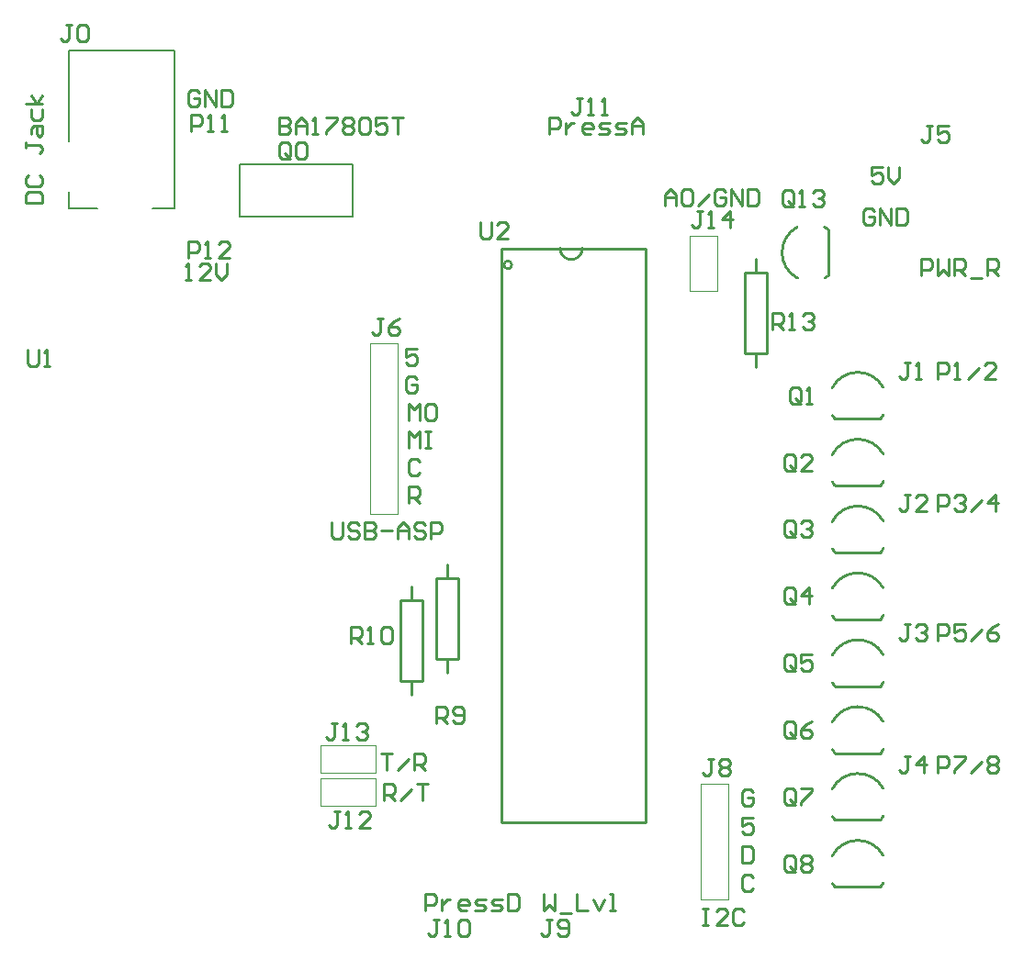
<source format=gto>
G04 Layer_Color=65535*
%FSLAX44Y44*%
%MOMM*%
G71*
G01*
G75*
%ADD28C,0.2540*%
%ADD29C,0.1270*%
%ADD30C,0.1000*%
%ADD31C,0.2000*%
D28*
X618760Y365359D02*
X621299Y362820D01*
X623839D01*
X626378Y365359D01*
Y378055D01*
X623839D01*
X628917D01*
X636535D02*
X633995Y375516D01*
Y362820D02*
X639074D01*
X636535D01*
Y378055D01*
X646691Y375516D02*
X649230Y378055D01*
X654309D01*
X656848Y375516D01*
Y372977D01*
X646691Y362820D01*
X656848D01*
X674639Y393299D02*
X679717Y388220D01*
X684795D02*
X694952Y398377D01*
X679717Y400916D02*
Y395838D01*
X677178Y393299D01*
X669560D01*
Y388220D02*
Y403455D01*
X677178D01*
X679717Y400916D01*
X700030Y403455D02*
X710187D01*
X705109D01*
Y388220D01*
X707647Y416160D02*
X702569Y421238D01*
X705108D02*
X697490D01*
Y416160D02*
Y431395D01*
X705108D01*
X707647Y428856D01*
Y423778D01*
X705108Y421238D01*
X677177Y431395D02*
X672098D01*
Y416160D01*
X682255D02*
X692412Y426317D01*
X677177Y431395D02*
X667020D01*
X654308Y446639D02*
X651768Y444100D01*
X646690D01*
X644151Y446639D01*
Y456796D02*
X646690Y459335D01*
X651768D01*
X654308Y456796D01*
Y454257D01*
X651768Y451717D01*
X649229D01*
X651768D01*
X654308Y449178D01*
Y446639D01*
X633994Y459335D02*
X631455Y456796D01*
Y444100D02*
X636533D01*
X633994D01*
Y459335D01*
X626377D02*
X621298D01*
X623838D01*
Y446639D01*
X621298Y444100D01*
X618759D01*
X616220Y446639D01*
X694960Y485540D02*
Y498040D01*
X704960D01*
Y573040D01*
X684960D01*
Y498040D01*
X694960D01*
X717820Y474575D02*
X725437D01*
X727977Y472036D01*
Y466958D01*
X725437Y464418D01*
X717820D01*
Y459340D02*
Y474575D01*
X722898Y464418D02*
X727977Y459340D01*
X733055Y461879D02*
X735594Y459340D01*
X740673D01*
X743212Y461879D01*
Y472036D01*
X740673Y474575D01*
X735594D01*
X733055Y472036D01*
Y469497D01*
X735594Y466958D01*
X743212D01*
X727980Y505860D02*
Y518360D01*
X737980D01*
Y593360D01*
X717980D01*
Y518360D01*
X727980D01*
X694960Y573040D02*
Y585540D01*
X674629Y548235D02*
X677168Y545696D01*
Y535539D01*
X674629Y533000D01*
X669550D01*
X667011Y535539D01*
Y545696D01*
X669550Y548235D01*
X674629D01*
X656854D02*
X654315Y545696D01*
X649237D02*
Y540617D01*
X646697Y538078D01*
X639080D01*
Y533000D02*
Y548235D01*
X646697D01*
X649237Y545696D01*
X656854Y548235D02*
Y533000D01*
X659393D01*
X654315D01*
X649237D02*
X644158Y538078D01*
X727980Y593360D02*
Y605860D01*
X722867Y637137D02*
X720328Y634598D01*
X712710D01*
X707632D02*
Y632059D01*
X705093Y629520D01*
X700015D01*
X697475Y632059D01*
X692397Y629520D02*
Y637137D01*
X682240D01*
Y639677D02*
X687319Y644755D01*
X692397Y639677D01*
Y629520D01*
X682240D02*
Y639677D01*
X677162Y637137D02*
X667005D01*
X661927Y634598D02*
X659388Y637137D01*
X651770D01*
X659388D01*
X661927Y639677D01*
Y642216D01*
X659388Y644755D01*
X651770D01*
Y629520D01*
X659388D01*
X661927Y632059D01*
Y634598D01*
X646692D02*
Y632059D01*
X644153Y629520D01*
X639074D01*
X636535Y632059D01*
X631457D02*
Y644755D01*
X639074D02*
X636535Y642216D01*
Y639677D01*
X639074Y637137D01*
X644153D01*
X646692Y634598D01*
Y642216D02*
X644153Y644755D01*
X639074D01*
X621300D02*
Y632059D01*
X623839Y629520D01*
X628918D01*
X631457Y632059D01*
X697475Y639677D02*
X700015Y637137D01*
X705093D01*
X707632Y634598D01*
Y642216D02*
X705093Y644755D01*
X700015D01*
X697475Y642216D01*
Y639677D01*
X712710Y644755D02*
X720328D01*
X722867Y642216D01*
Y637137D01*
X712710Y629520D02*
Y644755D01*
X702577Y662540D02*
X697498Y667618D01*
X692420D02*
X700038D01*
X702577Y670157D01*
Y675236D01*
X700038Y677775D01*
X692420D01*
Y662540D01*
X700038Y687940D02*
X702577Y690479D01*
X700038Y687940D02*
X694959D01*
X692420Y690479D01*
Y700636D01*
X694959Y703175D01*
X700038D01*
X702577Y700636D01*
Y713340D02*
Y728575D01*
X697498Y723497D01*
X692420Y728575D01*
Y713340D01*
X707655D02*
X712733D01*
X710194D02*
X707655D01*
X710194D02*
Y728575D01*
X712733D01*
X707655D01*
Y741279D02*
X710194Y738740D01*
X715273D01*
X717812Y741279D01*
Y751436D01*
X715273Y753975D01*
X710194D01*
X707655Y751436D01*
Y741279D01*
X702577Y738740D02*
Y753975D01*
X697498Y748897D01*
X692420Y753975D01*
Y738740D01*
X700037Y766679D02*
Y771758D01*
X694958D01*
X692419Y779375D02*
X689880Y776836D01*
Y766679D01*
X692419Y764140D01*
X697497D01*
X700037Y766679D01*
Y776836D02*
X697497Y779375D01*
X692419D01*
X700037Y792079D02*
X697497Y789540D01*
X692419D01*
X689880Y792079D01*
Y797158D02*
X694958Y799697D01*
X697497D01*
X700037Y797158D01*
Y792079D01*
Y804775D02*
X689880D01*
Y797158D01*
X681729Y817880D02*
X684268Y820419D01*
Y822958D01*
X681729Y825498D01*
X674111D01*
Y820419D01*
X676650Y817880D01*
X681729D01*
X679189Y830576D02*
X674111Y825498D01*
X679189Y830576D02*
X684268Y833115D01*
X669033D02*
X663954D01*
X666494D01*
Y820419D01*
X663954Y817880D01*
X661415D01*
X658876Y820419D01*
X758444Y908811D02*
X760983Y906272D01*
X766061D01*
X768601Y908811D01*
Y921507D01*
X776218D02*
X773679Y918968D01*
X776218Y921507D02*
X781297D01*
X783836Y918968D01*
Y916429D01*
X773679Y906272D01*
X783836D01*
X787422Y882250D02*
G03*
X787422Y882250I-3592J0D01*
G01*
X832090Y897490D02*
G03*
X852410Y897490I10160J0D01*
G01*
X910830Y897490D02*
X777480D01*
X777480Y367900D01*
X910830D01*
Y897490D01*
X928640Y936860D02*
Y947017D01*
X933718Y952095D01*
X938797Y947017D01*
Y936860D01*
Y944477D01*
X928640D01*
X943875Y939399D02*
Y949556D01*
X946414Y952095D01*
X951493D01*
X954032Y949556D01*
Y939399D01*
X951493Y936860D01*
X946414D01*
X943875Y939399D01*
X959110Y936860D02*
X969267Y947017D01*
X974345Y949556D02*
Y939399D01*
X976884Y936860D01*
X981963D01*
X984502Y939399D01*
Y944477D01*
X979424D01*
X976884Y952095D02*
X974345Y949556D01*
X976884Y952095D02*
X981963D01*
X984502Y949556D01*
X989580Y952095D02*
X999737Y936860D01*
Y952095D01*
X1004815D02*
Y936860D01*
X1012433D01*
X1014972Y939399D01*
Y949556D01*
X1012433Y952095D01*
X1004815D01*
X1037082Y938529D02*
X1039621Y935990D01*
X1044699D01*
X1047239Y938529D01*
Y948686D01*
X1044699Y951225D01*
X1039621D01*
X1037082Y948686D01*
Y938529D01*
X1042160Y941068D02*
X1047239Y935990D01*
X1052317D02*
X1057395D01*
X1054856D01*
Y951225D01*
X1052317Y948686D01*
X1065013D02*
X1067552Y951225D01*
X1072630D01*
X1075170Y948686D01*
Y946147D01*
X1072630Y943607D01*
X1070091D01*
X1072630D01*
X1075170Y941068D01*
Y938529D01*
X1072630Y935990D01*
X1067552D01*
X1065013Y938529D01*
X1079262Y915016D02*
G03*
X1075682Y917281I-16002J-21336D01*
G01*
X1050308Y916994D02*
G03*
X1050838Y870079I12952J-23314D01*
G01*
X1076212Y870366D02*
G03*
X1079461Y872495I-12952J23314D01*
G01*
X1079461Y872495D02*
Y915016D01*
X1111520Y921619D02*
X1114059Y919080D01*
X1119137D01*
X1121677Y921619D01*
Y926697D01*
X1116598D01*
X1114059Y934315D02*
X1111520Y931776D01*
Y921619D01*
X1114059Y934315D02*
X1119137D01*
X1121677Y931776D01*
X1126755Y934315D02*
X1136912Y919080D01*
Y934315D01*
X1141990D02*
Y919080D01*
X1149608D01*
X1152147Y921619D01*
Y931776D01*
X1149608Y934315D01*
X1141990D01*
X1139453Y957180D02*
X1144532Y962258D01*
Y972415D01*
X1134375D02*
Y962258D01*
X1139453Y957180D01*
X1167637Y995426D02*
X1165098Y997965D01*
X1172716D02*
X1170176Y995426D01*
X1167637D01*
X1182872D02*
X1180333Y997965D01*
Y1003044D02*
X1185411Y1005583D01*
X1187951D01*
X1190490Y1003044D01*
Y997965D01*
X1187951Y995426D01*
X1182872D01*
X1190490Y1010661D02*
X1180333D01*
Y1003044D01*
X1175255Y1010661D02*
X1170176D01*
X1172716D01*
Y997965D01*
X1129297Y972415D02*
X1119140D01*
Y964798D01*
X1124218Y967337D01*
X1126758D01*
X1129297Y964798D01*
Y959719D01*
X1126758Y957180D01*
X1121679D01*
X1119140Y959719D01*
X1126755Y934315D02*
Y919080D01*
X1165098Y888233D02*
X1172716D01*
X1175255Y885694D01*
Y880615D01*
X1172716Y878076D01*
X1165098D01*
Y872998D02*
Y888233D01*
X1180333D02*
Y872998D01*
X1185411Y878076D01*
X1190490Y872998D01*
Y888233D01*
X1195568D02*
X1203186D01*
X1205725Y885694D01*
Y880615D01*
X1203186Y878076D01*
X1195568D01*
Y872998D02*
Y888233D01*
X1200647Y878076D02*
X1205725Y872998D01*
X1210803Y870459D02*
X1220960D01*
X1226038Y872998D02*
Y888233D01*
X1233656D01*
X1236195Y885694D01*
Y880615D01*
X1233656Y878076D01*
X1226038D01*
X1231117D02*
X1236195Y872998D01*
X1180100Y792075D02*
X1187718D01*
X1190257Y789536D01*
Y784457D01*
X1187718Y781918D01*
X1180100D01*
Y792075D02*
Y776840D01*
X1165091Y776986D02*
X1162552D01*
Y792221D01*
X1160013Y789682D01*
Y776986D02*
X1165091D01*
X1195335Y776840D02*
X1200413D01*
X1197874D01*
Y792075D01*
X1195335Y789536D01*
X1208031Y776840D02*
X1218188Y786997D01*
X1223266Y789536D02*
X1225805Y792075D01*
X1230884D01*
X1233423Y789536D01*
Y786997D01*
X1223266Y776840D01*
X1233423D01*
X1154935Y792221D02*
X1149856D01*
X1152395D01*
Y779525D01*
X1149856Y776986D01*
X1147317D01*
X1144778Y779525D01*
X1129754Y769472D02*
G03*
X1082839Y768941I-23314J-12952D01*
G01*
X1083126Y743568D02*
G03*
X1085255Y740319I23314J12952D01*
G01*
X1085255Y740319D02*
X1127776D01*
X1127776Y740518D02*
G03*
X1130041Y744099I-21336J16002D01*
G01*
X1129754Y707786D02*
G03*
X1082839Y707256I-23314J-12952D01*
G01*
X1083126Y681882D02*
G03*
X1085255Y678633I23314J12952D01*
G01*
X1085255Y678633D02*
X1127776D01*
X1127776Y678832D02*
G03*
X1130041Y682413I-21336J16002D01*
G01*
X1149618Y670155D02*
X1152158D01*
Y657459D01*
X1149618Y654920D01*
X1147079D01*
X1144540Y657459D01*
X1149618Y670155D02*
X1154697D01*
X1162314D02*
X1159775Y667616D01*
X1162314Y670155D02*
X1167393D01*
X1169932Y667616D01*
Y665077D01*
X1159775Y654920D01*
X1169932D01*
X1180100D02*
Y670155D01*
X1187718D01*
X1190257Y667616D01*
Y662538D01*
X1187718Y659998D01*
X1180100D01*
X1195335Y657459D02*
X1197874Y654920D01*
X1202953D01*
X1205492Y657459D01*
Y659998D01*
X1202953Y662538D01*
X1200413D01*
X1202953D01*
X1205492Y665077D01*
Y667616D01*
X1202953Y670155D01*
X1197874D01*
X1195335Y667616D01*
X1210570Y654920D02*
X1220727Y665077D01*
X1225805Y662538D02*
X1235962D01*
X1233423Y654920D02*
Y670155D01*
X1225805Y662538D01*
X1154697Y550775D02*
X1149618D01*
X1152158D01*
Y538079D01*
X1149618Y535540D01*
X1147079D01*
X1144540Y538079D01*
X1159775D02*
X1162314Y535540D01*
X1167393D01*
X1169932Y538079D01*
Y540618D01*
X1167393Y543158D01*
X1164853D01*
X1167393D01*
X1169932Y545697D01*
Y548236D01*
X1167393Y550775D01*
X1162314D01*
X1159775Y548236D01*
X1180100Y550775D02*
X1187718D01*
X1190257Y548236D01*
Y543158D01*
X1187718Y540618D01*
X1180100D01*
Y550775D02*
Y535540D01*
X1197874D02*
X1195335Y538079D01*
X1197874Y535540D02*
X1202953D01*
X1205492Y538079D01*
Y543158D01*
X1202953Y545697D01*
X1200413D01*
X1195335Y543158D01*
Y550775D01*
X1205492D01*
X1210570Y535540D02*
X1220727Y545697D01*
X1225805Y543158D02*
Y538079D01*
X1228344Y535540D01*
X1233423D01*
X1235962Y538079D01*
Y540618D01*
X1233423Y543158D01*
X1225805D01*
X1230884Y548236D01*
X1235962Y550775D01*
X1127776Y617146D02*
G03*
X1130041Y620727I-21336J16002D01*
G01*
X1129754Y646101D02*
G03*
X1082839Y645570I-23314J-12952D01*
G01*
X1083126Y620196D02*
G03*
X1085255Y616948I23314J12952D01*
G01*
X1085255Y616948D02*
X1127776D01*
X1129754Y584415D02*
G03*
X1082839Y583884I-23314J-12952D01*
G01*
X1083126Y558511D02*
G03*
X1085255Y555262I23314J12952D01*
G01*
X1085255Y555262D02*
X1127776D01*
X1127776Y555461D02*
G03*
X1130041Y559041I-21336J16002D01*
G01*
X1129754Y522729D02*
G03*
X1082839Y522199I-23314J-12952D01*
G01*
X1083126Y496825D02*
G03*
X1085255Y493576I23314J12952D01*
G01*
X1085255Y493576D02*
X1127776D01*
X1127776Y493775D02*
G03*
X1130041Y497356I-21336J16002D01*
G01*
X1129754Y461044D02*
G03*
X1082839Y460513I-23314J-12952D01*
G01*
X1083126Y435139D02*
G03*
X1085255Y431891I23314J12952D01*
G01*
X1085255Y431890D02*
X1127776D01*
X1127776Y432089D02*
G03*
X1130041Y435670I-21336J16002D01*
G01*
X1149618Y428855D02*
X1152158D01*
Y416159D01*
X1149618Y413620D01*
X1147079D01*
X1144540Y416159D01*
X1149618Y428855D02*
X1154697D01*
X1167393D02*
X1159775Y421237D01*
X1169932D01*
X1167393Y413620D02*
Y428855D01*
X1180100D02*
X1187718D01*
X1190257Y426316D01*
Y421237D01*
X1187718Y418698D01*
X1180100D01*
Y413620D02*
Y428855D01*
X1195335D02*
X1205492D01*
Y426316D01*
X1195335Y416159D01*
Y413620D01*
X1210570D02*
X1220727Y423777D01*
X1225805D02*
Y426316D01*
X1228344Y428855D01*
X1233423D01*
X1235962Y426316D01*
Y423777D01*
X1233423Y421237D01*
X1235962Y418698D01*
Y416159D01*
X1233423Y413620D01*
X1228344D01*
X1225805Y416159D01*
Y418698D01*
X1228344Y421237D01*
X1225805Y423777D01*
X1228344Y421237D02*
X1233423D01*
X1129754Y399358D02*
G03*
X1082839Y398827I-23314J-12952D01*
G01*
X1083126Y373454D02*
G03*
X1085255Y370205I23314J12952D01*
G01*
X1085255D02*
X1127776D01*
X1127776Y370404D02*
G03*
X1130041Y373984I-21336J16002D01*
G01*
X1129754Y337672D02*
G03*
X1082839Y337141I-23314J-12952D01*
G01*
X1083126Y311768D02*
G03*
X1085255Y308519I23314J12952D01*
G01*
X1085255Y308519D02*
X1127776D01*
X1127776Y308718D02*
G03*
X1130041Y312299I-21336J16002D01*
G01*
X1063998Y325119D02*
X1061459Y322580D01*
X1056380D01*
X1053841Y325119D01*
Y327658D01*
X1056380Y330197D01*
X1053841Y332737D01*
Y335276D01*
X1056380Y337815D01*
X1061459D01*
X1063998Y335276D01*
Y332737D01*
X1061459Y330197D01*
X1063998Y327658D01*
Y325119D01*
X1061459Y330197D02*
X1056380D01*
X1048763Y325119D02*
Y335276D01*
X1046224Y337815D01*
X1041145D01*
X1038606Y335276D01*
Y325119D01*
X1041145Y322580D01*
X1046224D01*
X1048763Y325119D01*
X1043684Y327658D02*
X1048763Y322580D01*
X1007377Y330647D02*
X1009917Y333186D01*
Y343343D01*
X1007377Y345882D01*
X999760D01*
Y330647D01*
X1007377D01*
Y319635D02*
X1002299D01*
X999760Y317096D01*
Y306939D01*
X1002299Y304400D01*
X1007377D01*
X1009917Y306939D01*
Y317096D02*
X1007377Y319635D01*
X1001764Y286000D02*
X999224Y288539D01*
X994146D01*
X991607Y286000D01*
Y275843D01*
X994146Y273304D01*
X999224D01*
X1001764Y275843D01*
X986529Y273304D02*
X976372D01*
X986529Y283461D01*
Y286000D01*
X983989Y288539D01*
X978911D01*
X976372Y286000D01*
X968754Y288539D02*
X966215D01*
Y273304D01*
X963676D01*
X968754D01*
Y288539D02*
X963676D01*
X1002299Y356893D02*
X999760Y359432D01*
Y364511D02*
X1004838Y367050D01*
X1007377D01*
X1009917Y364511D01*
Y359432D01*
X1007377Y356893D01*
X1002299D01*
X999760Y364511D02*
Y372128D01*
X1009917D01*
X1038606Y386587D02*
X1041145Y384048D01*
X1046224D01*
X1048763Y386587D01*
Y396744D01*
X1046224Y399283D01*
X1041145D01*
X1038606Y396744D01*
Y386587D01*
X1043684Y389126D02*
X1048763Y384048D01*
X1053841D02*
Y386587D01*
X1063998Y396744D01*
Y399283D01*
X1053841D01*
Y448309D02*
X1056380Y445770D01*
X1061459D01*
X1063998Y448309D01*
Y450848D01*
X1061459Y453387D01*
X1053841D01*
Y448309D01*
Y453387D02*
X1058919Y458466D01*
X1063998Y461005D01*
Y510031D02*
X1061459Y507492D01*
X1056380D01*
X1053841Y510031D01*
X1063998D02*
Y515109D01*
X1061459Y517649D01*
X1058919D01*
X1053841Y515109D01*
Y522727D01*
X1063998D01*
X1048763Y520188D02*
X1046224Y522727D01*
X1041145D01*
X1038606Y520188D01*
Y510031D01*
X1041145Y507492D01*
X1046224D01*
X1048763Y510031D01*
Y520188D01*
X1043684Y512570D02*
X1048763Y507492D01*
Y458466D02*
X1046224Y461005D01*
X1041145D01*
X1038606Y458466D01*
Y448309D01*
X1041145Y445770D01*
X1046224D01*
X1048763Y448309D01*
Y458466D01*
Y445770D02*
X1043684Y450848D01*
X1009917Y395836D02*
X1007377Y398375D01*
X1002299D01*
X999760Y395836D01*
Y385679D01*
X1002299Y383140D01*
X1007377D01*
X1009917Y385679D01*
Y390757D01*
X1004838D01*
X989068Y414019D02*
X986529Y411480D01*
X981450D01*
X978911Y414019D01*
Y416558D01*
X981450Y419098D01*
X978911Y421637D01*
Y424176D01*
X981450Y426715D01*
X986529D01*
X989068Y424176D01*
Y421637D01*
X986529Y419098D01*
X989068Y416558D01*
Y414019D01*
X986529Y419098D02*
X981450D01*
X973833Y426715D02*
X968754D01*
X971293D01*
Y414019D01*
X968754Y411480D01*
X966215D01*
X963676Y414019D01*
X880359Y301855D02*
X877820D01*
X880359D02*
Y286620D01*
X882899D01*
X877820D01*
X867664D02*
X872742Y296777D01*
X862585D02*
X867664Y286620D01*
X847350Y301855D02*
Y286620D01*
X857507D01*
X842272Y284081D02*
X832115D01*
X831844Y278633D02*
X829305Y276094D01*
Y273555D01*
X831844Y271015D01*
X839462D01*
Y276094D02*
X836923Y278633D01*
X831844D01*
X824227D02*
X819148D01*
X821687D01*
Y265937D01*
X819148Y263398D01*
X816609D01*
X814070Y265937D01*
X829305D02*
X831844Y263398D01*
X836923D01*
X839462Y265937D01*
Y276094D01*
X827037Y301855D02*
Y286620D01*
X821958Y291698D01*
X816880Y286620D01*
Y301855D01*
X793992Y299316D02*
X791453Y301855D01*
X783835D01*
Y286620D01*
X791453D01*
X793992Y289159D01*
Y299316D01*
X778757Y296777D02*
X771140D01*
X768600Y294237D01*
X771140Y291698D01*
X776218D01*
X778757Y289159D01*
X776218Y286620D01*
X768600D01*
X760983D02*
X763522Y289159D01*
X760983Y291698D01*
X755904D01*
X753365Y294237D01*
X755904Y296777D01*
X763522D01*
X760983Y286620D02*
X753365D01*
X745748D02*
X740669D01*
X738130Y289159D01*
Y294237D01*
X740669Y296777D01*
X745748D01*
X748287Y294237D01*
Y291698D01*
X738130D01*
X740400Y278633D02*
X745479D01*
X748018Y276094D01*
Y265937D01*
X745479Y263398D01*
X740400D01*
X737861Y265937D01*
Y276094D01*
X740400Y278633D01*
X727704D02*
X725165Y276094D01*
X720087Y278633D02*
X715008D01*
X717548D01*
Y265937D01*
X715008Y263398D01*
X712469D01*
X709930Y265937D01*
X725165Y263398D02*
X730243D01*
X727704D01*
Y278633D01*
X727973Y296777D02*
X730513D01*
X727973D02*
X725434Y294237D01*
X722895Y291698D01*
Y286620D01*
Y296777D01*
X717817Y299316D02*
Y294237D01*
X715277Y291698D01*
X707660D01*
Y286620D02*
Y301855D01*
X715277D01*
X717817Y299316D01*
X1038606Y571753D02*
X1041145Y569214D01*
X1046224D01*
X1048763Y571753D01*
Y581910D01*
X1046224Y584449D01*
X1041145D01*
X1038606Y581910D01*
Y571753D01*
X1043684Y574292D02*
X1048763Y569214D01*
X1061459D02*
Y584449D01*
X1053841Y576832D01*
X1063998D01*
Y633475D02*
X1061459Y630936D01*
X1056380D01*
X1053841Y633475D01*
Y643632D02*
X1056380Y646171D01*
X1061459D01*
X1063998Y643632D01*
Y641093D01*
X1061459Y638554D01*
X1058919D01*
X1061459D01*
X1063998Y636014D01*
Y633475D01*
X1046224Y646171D02*
X1041145D01*
X1038606Y643632D01*
Y633475D01*
X1041145Y630936D01*
X1046224D01*
X1048763Y633475D01*
Y643632D01*
X1046224Y646171D01*
X1043684Y636014D02*
X1048763Y630936D01*
X1053841Y692658D02*
X1063998Y702815D01*
Y705354D01*
X1061459Y707893D01*
X1056380D01*
X1053841Y705354D01*
Y692658D02*
X1063998D01*
X1048763Y705354D02*
X1046224Y707893D01*
X1041145D01*
X1038606Y705354D01*
Y695197D01*
X1041145Y692658D01*
X1046224D01*
X1048763Y695197D01*
Y705354D01*
Y692658D02*
X1043684Y697736D01*
X1051303Y754380D02*
X1053843Y756919D01*
Y767076D01*
X1051303Y769615D01*
X1046225D01*
X1043686Y767076D01*
Y756919D01*
X1046225Y754380D01*
X1051303D01*
X1053843D02*
X1048764Y759458D01*
X1058921Y754380D02*
X1063999D01*
X1061460D01*
Y769615D01*
X1058921Y767076D01*
X1058170Y822560D02*
X1055631Y825099D01*
X1058170Y822560D02*
X1063249D01*
X1065788Y825099D01*
Y827638D01*
X1063249Y830178D01*
X1060709D01*
X1063249D01*
X1065788Y832717D01*
Y835256D01*
X1063249Y837795D01*
X1058170D01*
X1055631Y835256D01*
X1045474Y837795D02*
X1042935Y835256D01*
X1037857D02*
Y830178D01*
X1035318Y827638D01*
X1027700D01*
Y822560D02*
Y837795D01*
X1035318D01*
X1037857Y835256D01*
X1045474Y837795D02*
Y822560D01*
X1048013D01*
X1042935D01*
X1037857D02*
X1032778Y827638D01*
X1022460Y800300D02*
Y875300D01*
X1002460D01*
Y800300D01*
X1012460D01*
X1022460D01*
X1012460D02*
Y787800D01*
Y875300D02*
Y887800D01*
X989064Y916940D02*
Y932175D01*
X981447Y924557D01*
X991604D01*
X989580Y936860D02*
Y952095D01*
X971290Y932175D02*
X968751Y929636D01*
X963673Y932175D02*
X958594D01*
X961133D01*
Y919479D01*
X958594Y916940D01*
X956055D01*
X953516Y919479D01*
X968751Y916940D02*
X973829D01*
X971290D01*
Y932175D01*
X908292Y1002900D02*
Y1010518D01*
X898135D01*
Y1013057D02*
X903214Y1018135D01*
X908292Y1013057D01*
Y1002900D01*
X898135D02*
Y1013057D01*
X893057D02*
X885440D01*
X882900Y1010518D01*
X885440Y1007978D01*
X890518D01*
X893057Y1005439D01*
X890518Y1002900D01*
X882900D01*
X875283D02*
X877822Y1005439D01*
X875283Y1007978D01*
X870204D01*
X867665Y1010518D01*
X870204Y1013057D01*
X877822D01*
X875289Y1020680D02*
X872750D01*
Y1035915D01*
X870211Y1033376D01*
Y1020680D02*
X875289D01*
X862593D02*
X860054D01*
Y1035915D01*
X857515Y1033376D01*
X852437Y1035915D02*
X847358D01*
X849898D01*
Y1023219D01*
X847358Y1020680D01*
X844819D01*
X842280Y1023219D01*
X842273Y1013057D02*
X844813D01*
X842273D02*
X839734Y1010518D01*
X837195Y1007978D01*
Y1002900D01*
Y1013057D01*
X852430Y1010518D02*
X854969Y1013057D01*
X860048D01*
X862587Y1010518D01*
Y1007978D01*
X852430D01*
Y1005439D02*
Y1010518D01*
Y1005439D02*
X854969Y1002900D01*
X860048D01*
X857515Y1020680D02*
X862593D01*
X867665Y1002900D02*
X875283D01*
X832117Y1010518D02*
X829577Y1007978D01*
X821960D01*
Y1002900D02*
Y1018135D01*
X829577D01*
X832117Y1015596D01*
Y1010518D01*
X758444Y921507D02*
Y908811D01*
X682225Y1002900D02*
Y1018135D01*
X687303D01*
X677146D01*
X672068D02*
X661911D01*
Y1010518D01*
X666990Y1013057D01*
X669529D01*
X672068Y1010518D01*
Y1005439D01*
X669529Y1002900D01*
X664450D01*
X661911Y1005439D01*
X656833D02*
X654294Y1002900D01*
X649215D01*
X646676Y1005439D01*
Y1015596D01*
X649215Y1018135D01*
X654294D01*
X656833Y1015596D01*
Y1005439D01*
X641598D02*
X639059Y1002900D01*
X633980D01*
X631441Y1005439D01*
Y1007978D01*
X633980Y1010518D01*
X631441Y1013057D01*
Y1015596D01*
X633980Y1018135D01*
X639059D01*
X641598Y1015596D01*
Y1013057D01*
X639059Y1010518D01*
X641598Y1007978D01*
Y1005439D01*
X639059Y1010518D02*
X633980D01*
X626363Y1015596D02*
X616206Y1005439D01*
Y1002900D01*
X608588D02*
X606049D01*
Y1018135D01*
X603510Y1015596D01*
X598432Y1013057D02*
Y1002900D01*
Y1010518D01*
X588275D01*
Y1013057D02*
X593353Y1018135D01*
X598432Y1013057D01*
X603510Y1002900D02*
X608588D01*
X616206Y1018135D02*
X626363D01*
Y1015596D01*
X595893Y995275D02*
X598432Y992736D01*
Y982579D01*
X595893Y980040D01*
X590814D01*
X588275Y982579D01*
Y992736D01*
X590814Y995275D01*
X595893D01*
X588275Y1002900D02*
Y1013057D01*
X583197D02*
Y1015596D01*
X580658Y1018135D01*
X573040D01*
Y1002900D01*
X580658D01*
X583197Y1005439D01*
Y1007978D01*
X580658Y1010518D01*
X573040D01*
X580658D01*
X583197Y1013057D01*
Y992736D02*
X580658Y995275D01*
X575579D01*
X573040Y992736D01*
Y982579D01*
X575579Y980040D01*
X580658D01*
X583197Y982579D01*
Y992736D01*
Y980040D02*
X578118Y985118D01*
X527308Y1028300D02*
X529847Y1030839D01*
Y1040996D01*
X527308Y1043535D01*
X519690D01*
Y1028300D01*
X527308D01*
X514612D02*
Y1043535D01*
Y1028300D02*
X504455Y1043535D01*
Y1028300D01*
X496838D02*
X499377Y1030839D01*
Y1035918D01*
X494298D01*
X491759Y1043535D02*
X489220Y1040996D01*
Y1030839D01*
X491759Y1028300D01*
X496838D01*
X499377Y1040996D02*
X496838Y1043535D01*
X491759D01*
X491760Y1020675D02*
X499378D01*
X501917Y1018136D01*
Y1013057D01*
X499378Y1010518D01*
X491760D01*
Y1005440D02*
Y1020675D01*
X509534D02*
X506995Y1018136D01*
X509534Y1020675D02*
Y1005440D01*
X512073D01*
X506995D01*
X519691D02*
X524769D01*
X522230D01*
Y1020675D01*
X519691Y1018136D01*
X506994Y903835D02*
X504455Y901296D01*
X499377D02*
Y896217D01*
X496838Y893678D01*
X489220D01*
Y888600D02*
Y903835D01*
X496838D01*
X499377Y901296D01*
X506994Y903835D02*
Y888600D01*
X509533D01*
X504455D01*
X506993Y883515D02*
X501915D01*
X499376Y880976D01*
X509533D02*
X506993Y883515D01*
X509533Y880976D02*
Y878437D01*
X499376Y868280D01*
X509533D01*
X491758D02*
X489219D01*
Y883515D01*
X486680Y880976D01*
Y868280D02*
X491758D01*
X514611Y873358D02*
X519689Y868280D01*
X524768Y873358D01*
Y883515D01*
X514611D02*
Y873358D01*
X517151Y888600D02*
X527308Y898757D01*
Y901296D01*
X524768Y903835D01*
X519690D01*
X517151Y901296D01*
Y888600D02*
X527308D01*
X354600Y1025732D02*
Y1018114D01*
X352061Y1015575D01*
X346982D01*
X344443Y1018114D01*
Y1025732D01*
X339365Y1030810D02*
X354600D01*
Y1038428D02*
X349522Y1030810D01*
X344443Y1038428D01*
Y1007958D02*
X346982Y1010497D01*
X354600D01*
Y1002879D01*
X352061Y1000340D01*
X349522Y1002879D01*
Y1010497D01*
X344443Y1007958D02*
Y1002879D01*
X339365Y995262D02*
Y990184D01*
Y992723D01*
X352061D01*
X354600Y990184D01*
Y987644D01*
X352061Y985105D01*
Y964792D02*
X354600Y962253D01*
Y957174D01*
X352061Y954635D01*
X341904D01*
X339365Y957174D01*
Y962253D01*
X341904Y964792D01*
Y949557D02*
X339365Y947018D01*
Y939400D01*
X354600D01*
Y947018D01*
X352061Y949557D01*
X341904D01*
X376934Y1088898D02*
X374395D01*
X371856Y1091437D01*
X379473D02*
X376934Y1088898D01*
X379473Y1091437D02*
Y1104133D01*
X376934D01*
X382013D01*
X389630D02*
X394709D01*
X397248Y1101594D01*
Y1091437D01*
X394709Y1088898D01*
X389630D01*
X387091Y1091437D01*
Y1101594D01*
X389630Y1104133D01*
X340868Y804159D02*
Y791463D01*
X343407Y788924D01*
X348485D01*
X351025Y791463D01*
Y804159D01*
X358642D02*
X356103Y801620D01*
X358642Y804159D02*
Y788924D01*
X361181D01*
X356103D01*
D29*
X640350Y926700D02*
X536210D01*
Y974960D01*
X640350D01*
X640350Y926700D01*
D30*
X611140Y383140D02*
X661940D01*
Y408540D01*
X611140D01*
Y383140D01*
Y413620D02*
X661940D01*
Y439020D01*
X611140D01*
Y413620D01*
X682260Y652380D02*
X682260Y809860D01*
X656860D01*
X656860Y652380D01*
X682260D01*
X961660Y403460D02*
X987060D01*
Y296780D01*
X961660D01*
Y403460D01*
X976900Y858119D02*
Y908919D01*
X951500D01*
Y858119D01*
X976900D01*
D31*
X476520Y934320D02*
Y1080370D01*
X378730D01*
Y996550D01*
Y949560D02*
Y934320D01*
X405400D01*
X456200D02*
X476520D01*
M02*

</source>
